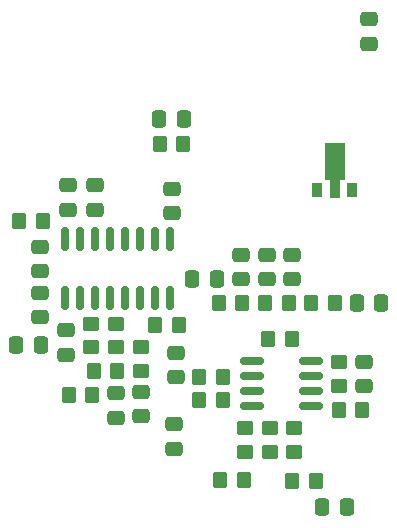
<source format=gbr>
%TF.GenerationSoftware,KiCad,Pcbnew,7.0.2-6a45011f42~172~ubuntu22.04.1*%
%TF.CreationDate,2023-05-29T14:24:00+01:00*%
%TF.ProjectId,rebote-smd,7265626f-7465-42d7-936d-642e6b696361,rev?*%
%TF.SameCoordinates,Original*%
%TF.FileFunction,Paste,Top*%
%TF.FilePolarity,Positive*%
%FSLAX46Y46*%
G04 Gerber Fmt 4.6, Leading zero omitted, Abs format (unit mm)*
G04 Created by KiCad (PCBNEW 7.0.2-6a45011f42~172~ubuntu22.04.1) date 2023-05-29 14:24:00*
%MOMM*%
%LPD*%
G01*
G04 APERTURE LIST*
G04 Aperture macros list*
%AMRoundRect*
0 Rectangle with rounded corners*
0 $1 Rounding radius*
0 $2 $3 $4 $5 $6 $7 $8 $9 X,Y pos of 4 corners*
0 Add a 4 corners polygon primitive as box body*
4,1,4,$2,$3,$4,$5,$6,$7,$8,$9,$2,$3,0*
0 Add four circle primitives for the rounded corners*
1,1,$1+$1,$2,$3*
1,1,$1+$1,$4,$5*
1,1,$1+$1,$6,$7*
1,1,$1+$1,$8,$9*
0 Add four rect primitives between the rounded corners*
20,1,$1+$1,$2,$3,$4,$5,0*
20,1,$1+$1,$4,$5,$6,$7,0*
20,1,$1+$1,$6,$7,$8,$9,0*
20,1,$1+$1,$8,$9,$2,$3,0*%
%AMFreePoly0*
4,1,9,3.862500,-0.866500,0.737500,-0.866500,0.737500,-0.450000,-0.737500,-0.450000,-0.737500,0.450000,0.737500,0.450000,0.737500,0.866500,3.862500,0.866500,3.862500,-0.866500,3.862500,-0.866500,$1*%
G04 Aperture macros list end*
%ADD10RoundRect,0.250000X-0.475000X0.337500X-0.475000X-0.337500X0.475000X-0.337500X0.475000X0.337500X0*%
%ADD11RoundRect,0.250000X0.475000X-0.337500X0.475000X0.337500X-0.475000X0.337500X-0.475000X-0.337500X0*%
%ADD12RoundRect,0.250000X0.450000X-0.350000X0.450000X0.350000X-0.450000X0.350000X-0.450000X-0.350000X0*%
%ADD13RoundRect,0.250000X0.337500X0.475000X-0.337500X0.475000X-0.337500X-0.475000X0.337500X-0.475000X0*%
%ADD14RoundRect,0.250000X-0.450000X0.350000X-0.450000X-0.350000X0.450000X-0.350000X0.450000X0.350000X0*%
%ADD15RoundRect,0.250000X0.350000X0.450000X-0.350000X0.450000X-0.350000X-0.450000X0.350000X-0.450000X0*%
%ADD16R,0.900000X1.300000*%
%ADD17FreePoly0,90.000000*%
%ADD18RoundRect,0.250000X-0.350000X-0.450000X0.350000X-0.450000X0.350000X0.450000X-0.350000X0.450000X0*%
%ADD19RoundRect,0.250000X-0.337500X-0.475000X0.337500X-0.475000X0.337500X0.475000X-0.337500X0.475000X0*%
%ADD20RoundRect,0.150000X-0.825000X-0.150000X0.825000X-0.150000X0.825000X0.150000X-0.825000X0.150000X0*%
%ADD21RoundRect,0.150000X-0.150000X0.825000X-0.150000X-0.825000X0.150000X-0.825000X0.150000X0.825000X0*%
G04 APERTURE END LIST*
D10*
%TO.C,C15*%
X142710000Y-79562500D03*
X142710000Y-81637500D03*
%TD*%
D11*
%TO.C,C6*%
X167766000Y-96602500D03*
X167766000Y-94527500D03*
%TD*%
D12*
%TO.C,R7*%
X161866000Y-102165000D03*
X161866000Y-100165000D03*
%TD*%
D13*
%TO.C,C5*%
X169247500Y-89500000D03*
X167172500Y-89500000D03*
%TD*%
D10*
%TO.C,C20*%
X151731000Y-99792500D03*
X151731000Y-101867500D03*
%TD*%
D14*
%TO.C,R20*%
X157766000Y-100165000D03*
X157766000Y-102165000D03*
%TD*%
D15*
%TO.C,R15*%
X140610000Y-82600000D03*
X138610000Y-82600000D03*
%TD*%
D13*
%TO.C,C25*%
X152547500Y-74000000D03*
X150472500Y-74000000D03*
%TD*%
D16*
%TO.C,U2*%
X163810000Y-79950000D03*
D17*
X165310000Y-79862500D03*
D16*
X166810000Y-79950000D03*
%TD*%
D15*
%TO.C,R6*%
X167666000Y-98565000D03*
X165666000Y-98565000D03*
%TD*%
D10*
%TO.C,C9*%
X151510000Y-79862500D03*
X151510000Y-81937500D03*
%TD*%
D15*
%TO.C,R13*%
X161710000Y-92600000D03*
X159710000Y-92600000D03*
%TD*%
D18*
%TO.C,R21*%
X144910000Y-95300000D03*
X146910000Y-95300000D03*
%TD*%
D11*
%TO.C,C24*%
X146810000Y-99237500D03*
X146810000Y-97162500D03*
%TD*%
D13*
%TO.C,C11*%
X155347500Y-87500000D03*
X153272500Y-87500000D03*
%TD*%
D18*
%TO.C,R24*%
X142810000Y-97300000D03*
X144810000Y-97300000D03*
%TD*%
D10*
%TO.C,C7*%
X161710000Y-85462500D03*
X161710000Y-87537500D03*
%TD*%
%TO.C,C16*%
X151866000Y-93765000D03*
X151866000Y-95840000D03*
%TD*%
D12*
%TO.C,R8*%
X165666000Y-96565000D03*
X165666000Y-94565000D03*
%TD*%
D11*
%TO.C,C18*%
X140410000Y-86837500D03*
X140410000Y-84762500D03*
%TD*%
%TO.C,C22*%
X148910000Y-99137500D03*
X148910000Y-97062500D03*
%TD*%
D12*
%TO.C,R16*%
X159866000Y-102165000D03*
X159866000Y-100165000D03*
%TD*%
D10*
%TO.C,C19*%
X140410000Y-88662500D03*
X140410000Y-90737500D03*
%TD*%
D15*
%TO.C,R17*%
X155866000Y-97765000D03*
X153866000Y-97765000D03*
%TD*%
D10*
%TO.C,C14*%
X145010000Y-79562500D03*
X145010000Y-81637500D03*
%TD*%
D15*
%TO.C,R18*%
X152510000Y-76100000D03*
X150510000Y-76100000D03*
%TD*%
D12*
%TO.C,R22*%
X146810000Y-93300000D03*
X146810000Y-91300000D03*
%TD*%
D10*
%TO.C,C8*%
X157410000Y-85462500D03*
X157410000Y-87537500D03*
%TD*%
D19*
%TO.C,C4*%
X164272500Y-106800000D03*
X166347500Y-106800000D03*
%TD*%
D20*
%TO.C,U1*%
X158341000Y-94460000D03*
X158341000Y-95730000D03*
X158341000Y-97000000D03*
X158341000Y-98270000D03*
X163291000Y-98270000D03*
X163291000Y-97000000D03*
X163291000Y-95730000D03*
X163291000Y-94460000D03*
%TD*%
D18*
%TO.C,R4*%
X155610000Y-104500000D03*
X157610000Y-104500000D03*
%TD*%
D11*
%TO.C,C17*%
X159610000Y-87537500D03*
X159610000Y-85462500D03*
%TD*%
D15*
%TO.C,R11*%
X157510000Y-89500000D03*
X155510000Y-89500000D03*
%TD*%
D14*
%TO.C,R19*%
X144710000Y-91300000D03*
X144710000Y-93300000D03*
%TD*%
D21*
%TO.C,U3*%
X151355000Y-84125000D03*
X150085000Y-84125000D03*
X148815000Y-84125000D03*
X147545000Y-84125000D03*
X146275000Y-84125000D03*
X145005000Y-84125000D03*
X143735000Y-84125000D03*
X142465000Y-84125000D03*
X142465000Y-89075000D03*
X143735000Y-89075000D03*
X145005000Y-89075000D03*
X146275000Y-89075000D03*
X147545000Y-89075000D03*
X148815000Y-89075000D03*
X150085000Y-89075000D03*
X151355000Y-89075000D03*
%TD*%
D15*
%TO.C,R10*%
X161410000Y-89500000D03*
X159410000Y-89500000D03*
%TD*%
D12*
%TO.C,R23*%
X148910000Y-95300000D03*
X148910000Y-93300000D03*
%TD*%
D18*
%TO.C,R5*%
X161710000Y-104600000D03*
X163710000Y-104600000D03*
%TD*%
%TO.C,R14*%
X153866000Y-95765000D03*
X155866000Y-95765000D03*
%TD*%
D10*
%TO.C,C23*%
X142610000Y-91862500D03*
X142610000Y-93937500D03*
%TD*%
%TO.C,C26*%
X168210000Y-65525000D03*
X168210000Y-67600000D03*
%TD*%
D15*
%TO.C,R12*%
X152110000Y-91400000D03*
X150110000Y-91400000D03*
%TD*%
D19*
%TO.C,C21*%
X138372500Y-93100000D03*
X140447500Y-93100000D03*
%TD*%
D15*
%TO.C,R9*%
X165310000Y-89500000D03*
X163310000Y-89500000D03*
%TD*%
M02*

</source>
